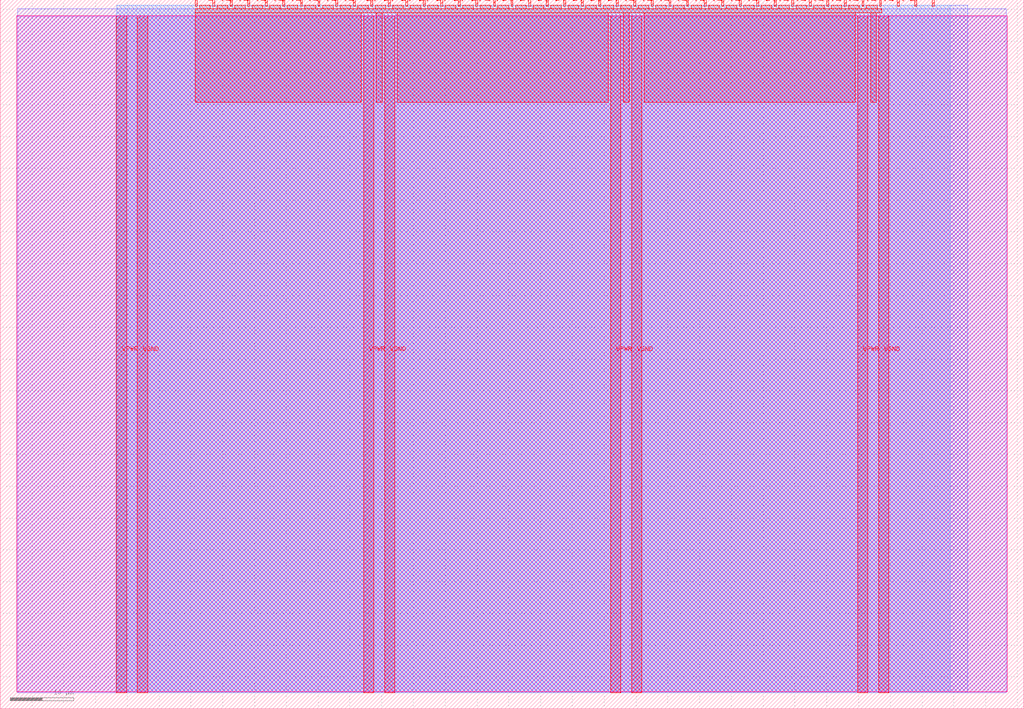
<source format=lef>
VERSION 5.7 ;
  NOWIREEXTENSIONATPIN ON ;
  DIVIDERCHAR "/" ;
  BUSBITCHARS "[]" ;
MACRO tt_um_braun_mult
  CLASS BLOCK ;
  FOREIGN tt_um_braun_mult ;
  ORIGIN 0.000 0.000 ;
  SIZE 161.000 BY 111.520 ;
  PIN VGND
    DIRECTION INOUT ;
    USE GROUND ;
    PORT
      LAYER met4 ;
        RECT 21.580 2.480 23.180 109.040 ;
    END
    PORT
      LAYER met4 ;
        RECT 60.450 2.480 62.050 109.040 ;
    END
    PORT
      LAYER met4 ;
        RECT 99.320 2.480 100.920 109.040 ;
    END
    PORT
      LAYER met4 ;
        RECT 138.190 2.480 139.790 109.040 ;
    END
  END VGND
  PIN VPWR
    DIRECTION INOUT ;
    USE POWER ;
    PORT
      LAYER met4 ;
        RECT 18.280 2.480 19.880 109.040 ;
    END
    PORT
      LAYER met4 ;
        RECT 57.150 2.480 58.750 109.040 ;
    END
    PORT
      LAYER met4 ;
        RECT 96.020 2.480 97.620 109.040 ;
    END
    PORT
      LAYER met4 ;
        RECT 134.890 2.480 136.490 109.040 ;
    END
  END VPWR
  PIN clk
    DIRECTION INPUT ;
    USE SIGNAL ;
    PORT
      LAYER met4 ;
        RECT 143.830 110.520 144.130 111.520 ;
    END
  END clk
  PIN ena
    DIRECTION INPUT ;
    USE SIGNAL ;
    PORT
      LAYER met4 ;
        RECT 146.590 110.520 146.890 111.520 ;
    END
  END ena
  PIN rst_n
    DIRECTION INPUT ;
    USE SIGNAL ;
    PORT
      LAYER met4 ;
        RECT 141.070 110.520 141.370 111.520 ;
    END
  END rst_n
  PIN ui_in[0]
    DIRECTION INPUT ;
    USE SIGNAL ;
    ANTENNAGATEAREA 0.196500 ;
    PORT
      LAYER met4 ;
        RECT 138.310 110.520 138.610 111.520 ;
    END
  END ui_in[0]
  PIN ui_in[1]
    DIRECTION INPUT ;
    USE SIGNAL ;
    ANTENNAGATEAREA 0.196500 ;
    PORT
      LAYER met4 ;
        RECT 135.550 110.520 135.850 111.520 ;
    END
  END ui_in[1]
  PIN ui_in[2]
    DIRECTION INPUT ;
    USE SIGNAL ;
    ANTENNAGATEAREA 0.196500 ;
    PORT
      LAYER met4 ;
        RECT 132.790 110.520 133.090 111.520 ;
    END
  END ui_in[2]
  PIN ui_in[3]
    DIRECTION INPUT ;
    USE SIGNAL ;
    ANTENNAGATEAREA 0.196500 ;
    PORT
      LAYER met4 ;
        RECT 130.030 110.520 130.330 111.520 ;
    END
  END ui_in[3]
  PIN ui_in[4]
    DIRECTION INPUT ;
    USE SIGNAL ;
    ANTENNAGATEAREA 0.196500 ;
    PORT
      LAYER met4 ;
        RECT 127.270 110.520 127.570 111.520 ;
    END
  END ui_in[4]
  PIN ui_in[5]
    DIRECTION INPUT ;
    USE SIGNAL ;
    ANTENNAGATEAREA 0.213000 ;
    PORT
      LAYER met4 ;
        RECT 124.510 110.520 124.810 111.520 ;
    END
  END ui_in[5]
  PIN ui_in[6]
    DIRECTION INPUT ;
    USE SIGNAL ;
    ANTENNAGATEAREA 0.196500 ;
    PORT
      LAYER met4 ;
        RECT 121.750 110.520 122.050 111.520 ;
    END
  END ui_in[6]
  PIN ui_in[7]
    DIRECTION INPUT ;
    USE SIGNAL ;
    ANTENNAGATEAREA 0.213000 ;
    PORT
      LAYER met4 ;
        RECT 118.990 110.520 119.290 111.520 ;
    END
  END ui_in[7]
  PIN uio_in[0]
    DIRECTION INPUT ;
    USE SIGNAL ;
    ANTENNAGATEAREA 0.196500 ;
    PORT
      LAYER met4 ;
        RECT 116.230 110.520 116.530 111.520 ;
    END
  END uio_in[0]
  PIN uio_in[1]
    DIRECTION INPUT ;
    USE SIGNAL ;
    ANTENNAGATEAREA 0.196500 ;
    PORT
      LAYER met4 ;
        RECT 113.470 110.520 113.770 111.520 ;
    END
  END uio_in[1]
  PIN uio_in[2]
    DIRECTION INPUT ;
    USE SIGNAL ;
    ANTENNAGATEAREA 0.196500 ;
    PORT
      LAYER met4 ;
        RECT 110.710 110.520 111.010 111.520 ;
    END
  END uio_in[2]
  PIN uio_in[3]
    DIRECTION INPUT ;
    USE SIGNAL ;
    ANTENNAGATEAREA 0.196500 ;
    PORT
      LAYER met4 ;
        RECT 107.950 110.520 108.250 111.520 ;
    END
  END uio_in[3]
  PIN uio_in[4]
    DIRECTION INPUT ;
    USE SIGNAL ;
    ANTENNAGATEAREA 0.196500 ;
    PORT
      LAYER met4 ;
        RECT 105.190 110.520 105.490 111.520 ;
    END
  END uio_in[4]
  PIN uio_in[5]
    DIRECTION INPUT ;
    USE SIGNAL ;
    ANTENNAGATEAREA 0.196500 ;
    PORT
      LAYER met4 ;
        RECT 102.430 110.520 102.730 111.520 ;
    END
  END uio_in[5]
  PIN uio_in[6]
    DIRECTION INPUT ;
    USE SIGNAL ;
    ANTENNAGATEAREA 0.126000 ;
    PORT
      LAYER met4 ;
        RECT 99.670 110.520 99.970 111.520 ;
    END
  END uio_in[6]
  PIN uio_in[7]
    DIRECTION INPUT ;
    USE SIGNAL ;
    ANTENNAGATEAREA 0.196500 ;
    PORT
      LAYER met4 ;
        RECT 96.910 110.520 97.210 111.520 ;
    END
  END uio_in[7]
  PIN uio_oe[0]
    DIRECTION OUTPUT ;
    USE SIGNAL ;
    PORT
      LAYER met4 ;
        RECT 49.990 110.520 50.290 111.520 ;
    END
  END uio_oe[0]
  PIN uio_oe[1]
    DIRECTION OUTPUT ;
    USE SIGNAL ;
    PORT
      LAYER met4 ;
        RECT 47.230 110.520 47.530 111.520 ;
    END
  END uio_oe[1]
  PIN uio_oe[2]
    DIRECTION OUTPUT ;
    USE SIGNAL ;
    PORT
      LAYER met4 ;
        RECT 44.470 110.520 44.770 111.520 ;
    END
  END uio_oe[2]
  PIN uio_oe[3]
    DIRECTION OUTPUT ;
    USE SIGNAL ;
    PORT
      LAYER met4 ;
        RECT 41.710 110.520 42.010 111.520 ;
    END
  END uio_oe[3]
  PIN uio_oe[4]
    DIRECTION OUTPUT ;
    USE SIGNAL ;
    PORT
      LAYER met4 ;
        RECT 38.950 110.520 39.250 111.520 ;
    END
  END uio_oe[4]
  PIN uio_oe[5]
    DIRECTION OUTPUT ;
    USE SIGNAL ;
    PORT
      LAYER met4 ;
        RECT 36.190 110.520 36.490 111.520 ;
    END
  END uio_oe[5]
  PIN uio_oe[6]
    DIRECTION OUTPUT ;
    USE SIGNAL ;
    PORT
      LAYER met4 ;
        RECT 33.430 110.520 33.730 111.520 ;
    END
  END uio_oe[6]
  PIN uio_oe[7]
    DIRECTION OUTPUT ;
    USE SIGNAL ;
    PORT
      LAYER met4 ;
        RECT 30.670 110.520 30.970 111.520 ;
    END
  END uio_oe[7]
  PIN uio_out[0]
    DIRECTION OUTPUT ;
    USE SIGNAL ;
    ANTENNADIFFAREA 0.445500 ;
    PORT
      LAYER met4 ;
        RECT 72.070 110.520 72.370 111.520 ;
    END
  END uio_out[0]
  PIN uio_out[1]
    DIRECTION OUTPUT ;
    USE SIGNAL ;
    ANTENNADIFFAREA 0.445500 ;
    PORT
      LAYER met4 ;
        RECT 69.310 110.520 69.610 111.520 ;
    END
  END uio_out[1]
  PIN uio_out[2]
    DIRECTION OUTPUT ;
    USE SIGNAL ;
    ANTENNADIFFAREA 0.445500 ;
    PORT
      LAYER met4 ;
        RECT 66.550 110.520 66.850 111.520 ;
    END
  END uio_out[2]
  PIN uio_out[3]
    DIRECTION OUTPUT ;
    USE SIGNAL ;
    ANTENNADIFFAREA 0.445500 ;
    PORT
      LAYER met4 ;
        RECT 63.790 110.520 64.090 111.520 ;
    END
  END uio_out[3]
  PIN uio_out[4]
    DIRECTION OUTPUT ;
    USE SIGNAL ;
    ANTENNADIFFAREA 0.445500 ;
    PORT
      LAYER met4 ;
        RECT 61.030 110.520 61.330 111.520 ;
    END
  END uio_out[4]
  PIN uio_out[5]
    DIRECTION OUTPUT ;
    USE SIGNAL ;
    ANTENNADIFFAREA 0.445500 ;
    PORT
      LAYER met4 ;
        RECT 58.270 110.520 58.570 111.520 ;
    END
  END uio_out[5]
  PIN uio_out[6]
    DIRECTION OUTPUT ;
    USE SIGNAL ;
    ANTENNADIFFAREA 0.891000 ;
    PORT
      LAYER met4 ;
        RECT 55.510 110.520 55.810 111.520 ;
    END
  END uio_out[6]
  PIN uio_out[7]
    DIRECTION OUTPUT ;
    USE SIGNAL ;
    ANTENNADIFFAREA 0.891000 ;
    PORT
      LAYER met4 ;
        RECT 52.750 110.520 53.050 111.520 ;
    END
  END uio_out[7]
  PIN uo_out[0]
    DIRECTION OUTPUT ;
    USE SIGNAL ;
    ANTENNAGATEAREA 0.126000 ;
    ANTENNADIFFAREA 0.643500 ;
    PORT
      LAYER met4 ;
        RECT 94.150 110.520 94.450 111.520 ;
    END
  END uo_out[0]
  PIN uo_out[1]
    DIRECTION OUTPUT ;
    USE SIGNAL ;
    ANTENNADIFFAREA 0.445500 ;
    PORT
      LAYER met4 ;
        RECT 91.390 110.520 91.690 111.520 ;
    END
  END uo_out[1]
  PIN uo_out[2]
    DIRECTION OUTPUT ;
    USE SIGNAL ;
    ANTENNADIFFAREA 0.445500 ;
    PORT
      LAYER met4 ;
        RECT 88.630 110.520 88.930 111.520 ;
    END
  END uo_out[2]
  PIN uo_out[3]
    DIRECTION OUTPUT ;
    USE SIGNAL ;
    ANTENNADIFFAREA 0.445500 ;
    PORT
      LAYER met4 ;
        RECT 85.870 110.520 86.170 111.520 ;
    END
  END uo_out[3]
  PIN uo_out[4]
    DIRECTION OUTPUT ;
    USE SIGNAL ;
    ANTENNADIFFAREA 0.445500 ;
    PORT
      LAYER met4 ;
        RECT 83.110 110.520 83.410 111.520 ;
    END
  END uo_out[4]
  PIN uo_out[5]
    DIRECTION OUTPUT ;
    USE SIGNAL ;
    ANTENNADIFFAREA 0.445500 ;
    PORT
      LAYER met4 ;
        RECT 80.350 110.520 80.650 111.520 ;
    END
  END uo_out[5]
  PIN uo_out[6]
    DIRECTION OUTPUT ;
    USE SIGNAL ;
    ANTENNADIFFAREA 0.445500 ;
    PORT
      LAYER met4 ;
        RECT 77.590 110.520 77.890 111.520 ;
    END
  END uo_out[6]
  PIN uo_out[7]
    DIRECTION OUTPUT ;
    USE SIGNAL ;
    ANTENNADIFFAREA 0.445500 ;
    PORT
      LAYER met4 ;
        RECT 74.830 110.520 75.130 111.520 ;
    END
  END uo_out[7]
  OBS
      LAYER nwell ;
        RECT 2.570 2.635 158.430 108.990 ;
      LAYER li1 ;
        RECT 2.760 2.635 158.240 108.885 ;
      LAYER met1 ;
        RECT 2.760 2.480 158.240 110.120 ;
      LAYER met2 ;
        RECT 18.310 2.535 152.160 110.685 ;
      LAYER met3 ;
        RECT 18.290 2.555 149.435 110.665 ;
      LAYER met4 ;
        RECT 31.370 110.120 33.030 110.665 ;
        RECT 34.130 110.120 35.790 110.665 ;
        RECT 36.890 110.120 38.550 110.665 ;
        RECT 39.650 110.120 41.310 110.665 ;
        RECT 42.410 110.120 44.070 110.665 ;
        RECT 45.170 110.120 46.830 110.665 ;
        RECT 47.930 110.120 49.590 110.665 ;
        RECT 50.690 110.120 52.350 110.665 ;
        RECT 53.450 110.120 55.110 110.665 ;
        RECT 56.210 110.120 57.870 110.665 ;
        RECT 58.970 110.120 60.630 110.665 ;
        RECT 61.730 110.120 63.390 110.665 ;
        RECT 64.490 110.120 66.150 110.665 ;
        RECT 67.250 110.120 68.910 110.665 ;
        RECT 70.010 110.120 71.670 110.665 ;
        RECT 72.770 110.120 74.430 110.665 ;
        RECT 75.530 110.120 77.190 110.665 ;
        RECT 78.290 110.120 79.950 110.665 ;
        RECT 81.050 110.120 82.710 110.665 ;
        RECT 83.810 110.120 85.470 110.665 ;
        RECT 86.570 110.120 88.230 110.665 ;
        RECT 89.330 110.120 90.990 110.665 ;
        RECT 92.090 110.120 93.750 110.665 ;
        RECT 94.850 110.120 96.510 110.665 ;
        RECT 97.610 110.120 99.270 110.665 ;
        RECT 100.370 110.120 102.030 110.665 ;
        RECT 103.130 110.120 104.790 110.665 ;
        RECT 105.890 110.120 107.550 110.665 ;
        RECT 108.650 110.120 110.310 110.665 ;
        RECT 111.410 110.120 113.070 110.665 ;
        RECT 114.170 110.120 115.830 110.665 ;
        RECT 116.930 110.120 118.590 110.665 ;
        RECT 119.690 110.120 121.350 110.665 ;
        RECT 122.450 110.120 124.110 110.665 ;
        RECT 125.210 110.120 126.870 110.665 ;
        RECT 127.970 110.120 129.630 110.665 ;
        RECT 130.730 110.120 132.390 110.665 ;
        RECT 133.490 110.120 135.150 110.665 ;
        RECT 136.250 110.120 137.910 110.665 ;
        RECT 30.655 109.440 138.625 110.120 ;
        RECT 30.655 95.375 56.750 109.440 ;
        RECT 59.150 95.375 60.050 109.440 ;
        RECT 62.450 95.375 95.620 109.440 ;
        RECT 98.020 95.375 98.920 109.440 ;
        RECT 101.320 95.375 134.490 109.440 ;
        RECT 136.890 95.375 137.790 109.440 ;
  END
END tt_um_braun_mult
END LIBRARY


</source>
